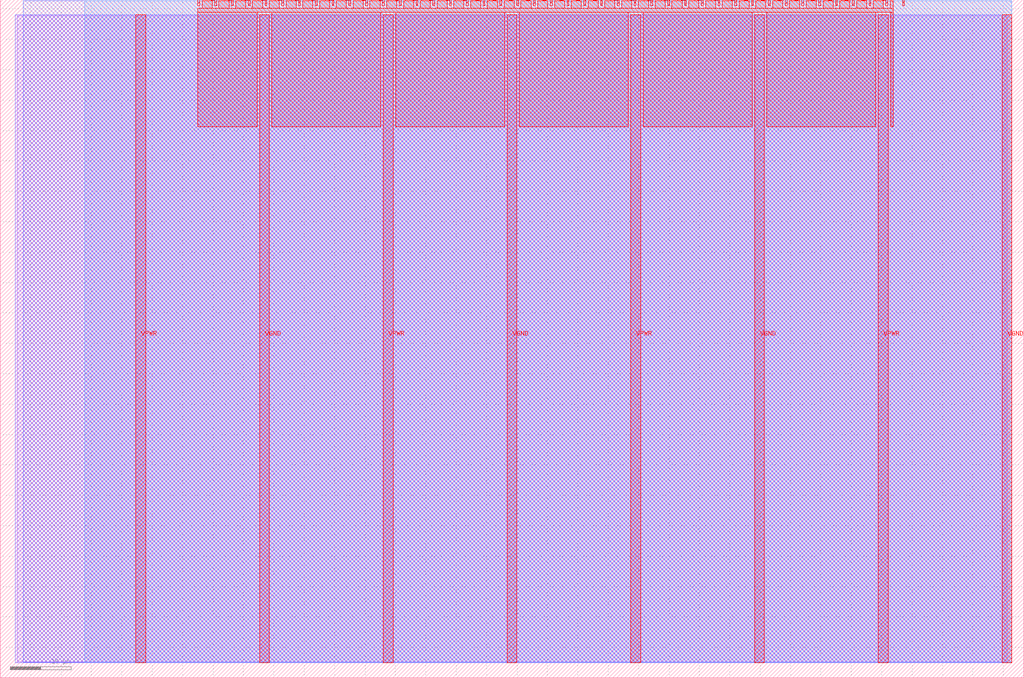
<source format=lef>
VERSION 5.7 ;
  NOWIREEXTENSIONATPIN ON ;
  DIVIDERCHAR "/" ;
  BUSBITCHARS "[]" ;
MACRO tt_um_algofoogle_vga_spi_rom
  CLASS BLOCK ;
  FOREIGN tt_um_algofoogle_vga_spi_rom ;
  ORIGIN 0.000 0.000 ;
  SIZE 168.360 BY 111.520 ;
  PIN VGND
    DIRECTION INOUT ;
    USE GROUND ;
    PORT
      LAYER met4 ;
        RECT 42.670 2.480 44.270 109.040 ;
    END
    PORT
      LAYER met4 ;
        RECT 83.380 2.480 84.980 109.040 ;
    END
    PORT
      LAYER met4 ;
        RECT 124.090 2.480 125.690 109.040 ;
    END
    PORT
      LAYER met4 ;
        RECT 164.800 2.480 166.400 109.040 ;
    END
  END VGND
  PIN VPWR
    DIRECTION INOUT ;
    USE POWER ;
    PORT
      LAYER met4 ;
        RECT 22.315 2.480 23.915 109.040 ;
    END
    PORT
      LAYER met4 ;
        RECT 63.025 2.480 64.625 109.040 ;
    END
    PORT
      LAYER met4 ;
        RECT 103.735 2.480 105.335 109.040 ;
    END
    PORT
      LAYER met4 ;
        RECT 144.445 2.480 146.045 109.040 ;
    END
  END VPWR
  PIN clk
    DIRECTION INPUT ;
    USE SIGNAL ;
    ANTENNAGATEAREA 0.852000 ;
    PORT
      LAYER met4 ;
        RECT 145.670 110.520 145.970 111.520 ;
    END
  END clk
  PIN ena
    DIRECTION INPUT ;
    USE SIGNAL ;
    PORT
      LAYER met4 ;
        RECT 148.430 110.520 148.730 111.520 ;
    END
  END ena
  PIN rst_n
    DIRECTION INPUT ;
    USE SIGNAL ;
    ANTENNAGATEAREA 0.126000 ;
    PORT
      LAYER met4 ;
        RECT 142.910 110.520 143.210 111.520 ;
    END
  END rst_n
  PIN ui_in[0]
    DIRECTION INPUT ;
    USE SIGNAL ;
    ANTENNAGATEAREA 0.196500 ;
    PORT
      LAYER met4 ;
        RECT 140.150 110.520 140.450 111.520 ;
    END
  END ui_in[0]
  PIN ui_in[1]
    DIRECTION INPUT ;
    USE SIGNAL ;
    ANTENNAGATEAREA 0.213000 ;
    PORT
      LAYER met4 ;
        RECT 137.390 110.520 137.690 111.520 ;
    END
  END ui_in[1]
  PIN ui_in[2]
    DIRECTION INPUT ;
    USE SIGNAL ;
    ANTENNAGATEAREA 0.196500 ;
    PORT
      LAYER met4 ;
        RECT 134.630 110.520 134.930 111.520 ;
    END
  END ui_in[2]
  PIN ui_in[3]
    DIRECTION INPUT ;
    USE SIGNAL ;
    ANTENNAGATEAREA 0.196500 ;
    PORT
      LAYER met4 ;
        RECT 131.870 110.520 132.170 111.520 ;
    END
  END ui_in[3]
  PIN ui_in[4]
    DIRECTION INPUT ;
    USE SIGNAL ;
    ANTENNAGATEAREA 0.196500 ;
    PORT
      LAYER met4 ;
        RECT 129.110 110.520 129.410 111.520 ;
    END
  END ui_in[4]
  PIN ui_in[5]
    DIRECTION INPUT ;
    USE SIGNAL ;
    ANTENNAGATEAREA 0.196500 ;
    PORT
      LAYER met4 ;
        RECT 126.350 110.520 126.650 111.520 ;
    END
  END ui_in[5]
  PIN ui_in[6]
    DIRECTION INPUT ;
    USE SIGNAL ;
    ANTENNAGATEAREA 0.196500 ;
    PORT
      LAYER met4 ;
        RECT 123.590 110.520 123.890 111.520 ;
    END
  END ui_in[6]
  PIN ui_in[7]
    DIRECTION INPUT ;
    USE SIGNAL ;
    ANTENNAGATEAREA 0.196500 ;
    PORT
      LAYER met4 ;
        RECT 120.830 110.520 121.130 111.520 ;
    END
  END ui_in[7]
  PIN uio_in[0]
    DIRECTION INPUT ;
    USE SIGNAL ;
    PORT
      LAYER met4 ;
        RECT 118.070 110.520 118.370 111.520 ;
    END
  END uio_in[0]
  PIN uio_in[1]
    DIRECTION INPUT ;
    USE SIGNAL ;
    PORT
      LAYER met4 ;
        RECT 115.310 110.520 115.610 111.520 ;
    END
  END uio_in[1]
  PIN uio_in[2]
    DIRECTION INPUT ;
    USE SIGNAL ;
    PORT
      LAYER met4 ;
        RECT 112.550 110.520 112.850 111.520 ;
    END
  END uio_in[2]
  PIN uio_in[3]
    DIRECTION INPUT ;
    USE SIGNAL ;
    PORT
      LAYER met4 ;
        RECT 109.790 110.520 110.090 111.520 ;
    END
  END uio_in[3]
  PIN uio_in[4]
    DIRECTION INPUT ;
    USE SIGNAL ;
    PORT
      LAYER met4 ;
        RECT 107.030 110.520 107.330 111.520 ;
    END
  END uio_in[4]
  PIN uio_in[5]
    DIRECTION INPUT ;
    USE SIGNAL ;
    PORT
      LAYER met4 ;
        RECT 104.270 110.520 104.570 111.520 ;
    END
  END uio_in[5]
  PIN uio_in[6]
    DIRECTION INPUT ;
    USE SIGNAL ;
    PORT
      LAYER met4 ;
        RECT 101.510 110.520 101.810 111.520 ;
    END
  END uio_in[6]
  PIN uio_in[7]
    DIRECTION INPUT ;
    USE SIGNAL ;
    PORT
      LAYER met4 ;
        RECT 98.750 110.520 99.050 111.520 ;
    END
  END uio_in[7]
  PIN uio_oe[0]
    DIRECTION OUTPUT TRISTATE ;
    USE SIGNAL ;
    PORT
      LAYER met4 ;
        RECT 51.830 110.520 52.130 111.520 ;
    END
  END uio_oe[0]
  PIN uio_oe[1]
    DIRECTION OUTPUT TRISTATE ;
    USE SIGNAL ;
    PORT
      LAYER met4 ;
        RECT 49.070 110.520 49.370 111.520 ;
    END
  END uio_oe[1]
  PIN uio_oe[2]
    DIRECTION OUTPUT TRISTATE ;
    USE SIGNAL ;
    PORT
      LAYER met4 ;
        RECT 46.310 110.520 46.610 111.520 ;
    END
  END uio_oe[2]
  PIN uio_oe[3]
    DIRECTION OUTPUT TRISTATE ;
    USE SIGNAL ;
    PORT
      LAYER met4 ;
        RECT 43.550 110.520 43.850 111.520 ;
    END
  END uio_oe[3]
  PIN uio_oe[4]
    DIRECTION OUTPUT TRISTATE ;
    USE SIGNAL ;
    PORT
      LAYER met4 ;
        RECT 40.790 110.520 41.090 111.520 ;
    END
  END uio_oe[4]
  PIN uio_oe[5]
    DIRECTION OUTPUT TRISTATE ;
    USE SIGNAL ;
    PORT
      LAYER met4 ;
        RECT 38.030 110.520 38.330 111.520 ;
    END
  END uio_oe[5]
  PIN uio_oe[6]
    DIRECTION OUTPUT TRISTATE ;
    USE SIGNAL ;
    PORT
      LAYER met4 ;
        RECT 35.270 110.520 35.570 111.520 ;
    END
  END uio_oe[6]
  PIN uio_oe[7]
    DIRECTION OUTPUT TRISTATE ;
    USE SIGNAL ;
    PORT
      LAYER met4 ;
        RECT 32.510 110.520 32.810 111.520 ;
    END
  END uio_oe[7]
  PIN uio_out[0]
    DIRECTION OUTPUT TRISTATE ;
    USE SIGNAL ;
    ANTENNAGATEAREA 0.990000 ;
    ANTENNADIFFAREA 1.431000 ;
    PORT
      LAYER met4 ;
        RECT 73.910 110.520 74.210 111.520 ;
    END
  END uio_out[0]
  PIN uio_out[1]
    DIRECTION OUTPUT TRISTATE ;
    USE SIGNAL ;
    ANTENNADIFFAREA 0.445500 ;
    PORT
      LAYER met4 ;
        RECT 71.150 110.520 71.450 111.520 ;
    END
  END uio_out[1]
  PIN uio_out[2]
    DIRECTION OUTPUT TRISTATE ;
    USE SIGNAL ;
    ANTENNADIFFAREA 0.795200 ;
    PORT
      LAYER met4 ;
        RECT 68.390 110.520 68.690 111.520 ;
    END
  END uio_out[2]
  PIN uio_out[3]
    DIRECTION OUTPUT TRISTATE ;
    USE SIGNAL ;
    ANTENNAGATEAREA 0.372000 ;
    ANTENNADIFFAREA 1.593000 ;
    PORT
      LAYER met4 ;
        RECT 65.630 110.520 65.930 111.520 ;
    END
  END uio_out[3]
  PIN uio_out[4]
    DIRECTION OUTPUT TRISTATE ;
    USE SIGNAL ;
    ANTENNAGATEAREA 0.372000 ;
    ANTENNADIFFAREA 0.891000 ;
    PORT
      LAYER met4 ;
        RECT 62.870 110.520 63.170 111.520 ;
    END
  END uio_out[4]
  PIN uio_out[5]
    DIRECTION OUTPUT TRISTATE ;
    USE SIGNAL ;
    ANTENNAGATEAREA 0.372000 ;
    ANTENNADIFFAREA 1.593000 ;
    PORT
      LAYER met4 ;
        RECT 60.110 110.520 60.410 111.520 ;
    END
  END uio_out[5]
  PIN uio_out[6]
    DIRECTION OUTPUT TRISTATE ;
    USE SIGNAL ;
    ANTENNADIFFAREA 0.795200 ;
    PORT
      LAYER met4 ;
        RECT 57.350 110.520 57.650 111.520 ;
    END
  END uio_out[6]
  PIN uio_out[7]
    DIRECTION OUTPUT TRISTATE ;
    USE SIGNAL ;
    ANTENNADIFFAREA 0.795200 ;
    PORT
      LAYER met4 ;
        RECT 54.590 110.520 54.890 111.520 ;
    END
  END uio_out[7]
  PIN uo_out[0]
    DIRECTION OUTPUT TRISTATE ;
    USE SIGNAL ;
    ANTENNADIFFAREA 0.445500 ;
    PORT
      LAYER met4 ;
        RECT 95.990 110.520 96.290 111.520 ;
    END
  END uo_out[0]
  PIN uo_out[1]
    DIRECTION OUTPUT TRISTATE ;
    USE SIGNAL ;
    ANTENNADIFFAREA 0.795200 ;
    PORT
      LAYER met4 ;
        RECT 93.230 110.520 93.530 111.520 ;
    END
  END uo_out[1]
  PIN uo_out[2]
    DIRECTION OUTPUT TRISTATE ;
    USE SIGNAL ;
    ANTENNADIFFAREA 0.795200 ;
    PORT
      LAYER met4 ;
        RECT 90.470 110.520 90.770 111.520 ;
    END
  END uo_out[2]
  PIN uo_out[3]
    DIRECTION OUTPUT TRISTATE ;
    USE SIGNAL ;
    ANTENNADIFFAREA 0.445500 ;
    PORT
      LAYER met4 ;
        RECT 87.710 110.520 88.010 111.520 ;
    END
  END uo_out[3]
  PIN uo_out[4]
    DIRECTION OUTPUT TRISTATE ;
    USE SIGNAL ;
    ANTENNADIFFAREA 0.445500 ;
    PORT
      LAYER met4 ;
        RECT 84.950 110.520 85.250 111.520 ;
    END
  END uo_out[4]
  PIN uo_out[5]
    DIRECTION OUTPUT TRISTATE ;
    USE SIGNAL ;
    ANTENNADIFFAREA 0.795200 ;
    PORT
      LAYER met4 ;
        RECT 82.190 110.520 82.490 111.520 ;
    END
  END uo_out[5]
  PIN uo_out[6]
    DIRECTION OUTPUT TRISTATE ;
    USE SIGNAL ;
    ANTENNADIFFAREA 0.445500 ;
    PORT
      LAYER met4 ;
        RECT 79.430 110.520 79.730 111.520 ;
    END
  END uo_out[6]
  PIN uo_out[7]
    DIRECTION OUTPUT TRISTATE ;
    USE SIGNAL ;
    ANTENNADIFFAREA 0.795200 ;
    PORT
      LAYER met4 ;
        RECT 76.670 110.520 76.970 111.520 ;
    END
  END uo_out[7]
  OBS
      LAYER li1 ;
        RECT 2.760 2.635 165.600 108.885 ;
      LAYER met1 ;
        RECT 2.460 2.480 166.400 109.040 ;
      LAYER met2 ;
        RECT 3.780 2.535 166.370 111.365 ;
      LAYER met3 ;
        RECT 13.865 2.555 166.390 111.345 ;
      LAYER met4 ;
        RECT 33.210 110.120 34.870 111.345 ;
        RECT 35.970 110.120 37.630 111.345 ;
        RECT 38.730 110.120 40.390 111.345 ;
        RECT 41.490 110.120 43.150 111.345 ;
        RECT 44.250 110.120 45.910 111.345 ;
        RECT 47.010 110.120 48.670 111.345 ;
        RECT 49.770 110.120 51.430 111.345 ;
        RECT 52.530 110.120 54.190 111.345 ;
        RECT 55.290 110.120 56.950 111.345 ;
        RECT 58.050 110.120 59.710 111.345 ;
        RECT 60.810 110.120 62.470 111.345 ;
        RECT 63.570 110.120 65.230 111.345 ;
        RECT 66.330 110.120 67.990 111.345 ;
        RECT 69.090 110.120 70.750 111.345 ;
        RECT 71.850 110.120 73.510 111.345 ;
        RECT 74.610 110.120 76.270 111.345 ;
        RECT 77.370 110.120 79.030 111.345 ;
        RECT 80.130 110.120 81.790 111.345 ;
        RECT 82.890 110.120 84.550 111.345 ;
        RECT 85.650 110.120 87.310 111.345 ;
        RECT 88.410 110.120 90.070 111.345 ;
        RECT 91.170 110.120 92.830 111.345 ;
        RECT 93.930 110.120 95.590 111.345 ;
        RECT 96.690 110.120 98.350 111.345 ;
        RECT 99.450 110.120 101.110 111.345 ;
        RECT 102.210 110.120 103.870 111.345 ;
        RECT 104.970 110.120 106.630 111.345 ;
        RECT 107.730 110.120 109.390 111.345 ;
        RECT 110.490 110.120 112.150 111.345 ;
        RECT 113.250 110.120 114.910 111.345 ;
        RECT 116.010 110.120 117.670 111.345 ;
        RECT 118.770 110.120 120.430 111.345 ;
        RECT 121.530 110.120 123.190 111.345 ;
        RECT 124.290 110.120 125.950 111.345 ;
        RECT 127.050 110.120 128.710 111.345 ;
        RECT 129.810 110.120 131.470 111.345 ;
        RECT 132.570 110.120 134.230 111.345 ;
        RECT 135.330 110.120 136.990 111.345 ;
        RECT 138.090 110.120 139.750 111.345 ;
        RECT 140.850 110.120 142.510 111.345 ;
        RECT 143.610 110.120 145.270 111.345 ;
        RECT 146.370 110.120 146.905 111.345 ;
        RECT 32.495 109.440 146.905 110.120 ;
        RECT 32.495 90.615 42.270 109.440 ;
        RECT 44.670 90.615 62.625 109.440 ;
        RECT 65.025 90.615 82.980 109.440 ;
        RECT 85.380 90.615 103.335 109.440 ;
        RECT 105.735 90.615 123.690 109.440 ;
        RECT 126.090 90.615 144.045 109.440 ;
        RECT 146.445 90.615 146.905 109.440 ;
  END
END tt_um_algofoogle_vga_spi_rom
END LIBRARY


</source>
